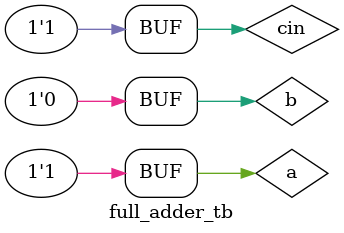
<source format=v>
`include "full-adder.v"

module full_adder_tb;

reg a, b, cin;
wire s, c;

full_adder dut 
(
    a, b, cin, s, cout
);

initial
begin
    $dumpfile("./build/rtl-sim/vcd/full-adder.vcd");
    $dumpvars;
end

initial
begin
    a = 0;
    b = 0;
    cin = 0;
    #100;
    a = 1;
    b = 0;
    cin = 0;
    #100;
    a = 1;
    b = 0;
    cin = 1;
    #100;
end

endmodule


</source>
